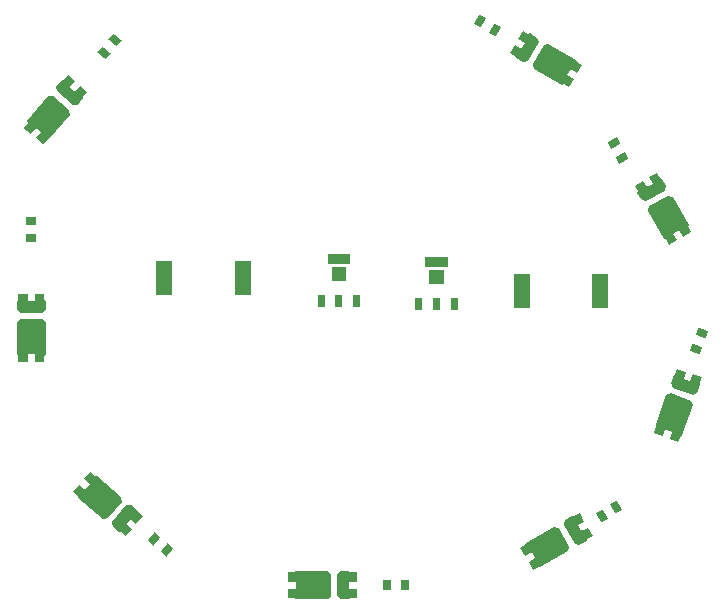
<source format=gtp>
G04*
G04 #@! TF.GenerationSoftware,Altium Limited,Altium Designer,21.7.2 (23)*
G04*
G04 Layer_Color=8421504*
%FSLAX25Y25*%
%MOIN*%
G70*
G04*
G04 #@! TF.SameCoordinates,14A67933-5EF9-4AFF-BA5B-A8FCC5FD6F51*
G04*
G04*
G04 #@! TF.FilePolarity,Positive*
G04*
G01*
G75*
%ADD13R,0.05709X0.11417*%
G04:AMPARAMS|DCode=14|XSize=25.59mil|YSize=35.43mil|CornerRadius=0mil|HoleSize=0mil|Usage=FLASHONLY|Rotation=150.000|XOffset=0mil|YOffset=0mil|HoleType=Round|Shape=Rectangle|*
%AMROTATEDRECTD14*
4,1,4,0.01994,0.00895,0.00222,-0.02174,-0.01994,-0.00895,-0.00222,0.02174,0.01994,0.00895,0.0*
%
%ADD14ROTATEDRECTD14*%

G04:AMPARAMS|DCode=15|XSize=25.59mil|YSize=35.43mil|CornerRadius=0mil|HoleSize=0mil|Usage=FLASHONLY|Rotation=120.000|XOffset=0mil|YOffset=0mil|HoleType=Round|Shape=Rectangle|*
%AMROTATEDRECTD15*
4,1,4,0.02174,-0.00222,-0.00895,-0.01994,-0.02174,0.00222,0.00895,0.01994,0.02174,-0.00222,0.0*
%
%ADD15ROTATEDRECTD15*%

G04:AMPARAMS|DCode=16|XSize=25.59mil|YSize=35.43mil|CornerRadius=0mil|HoleSize=0mil|Usage=FLASHONLY|Rotation=70.000|XOffset=0mil|YOffset=0mil|HoleType=Round|Shape=Rectangle|*
%AMROTATEDRECTD16*
4,1,4,0.01227,-0.01808,-0.02102,-0.00596,-0.01227,0.01808,0.02102,0.00596,0.01227,-0.01808,0.0*
%
%ADD16ROTATEDRECTD16*%

G04:AMPARAMS|DCode=17|XSize=25.59mil|YSize=35.43mil|CornerRadius=0mil|HoleSize=0mil|Usage=FLASHONLY|Rotation=30.000|XOffset=0mil|YOffset=0mil|HoleType=Round|Shape=Rectangle|*
%AMROTATEDRECTD17*
4,1,4,-0.00222,-0.02174,-0.01994,0.00895,0.00222,0.02174,0.01994,-0.00895,-0.00222,-0.02174,0.0*
%
%ADD17ROTATEDRECTD17*%

%ADD18R,0.02559X0.03543*%
G04:AMPARAMS|DCode=19|XSize=25.59mil|YSize=35.43mil|CornerRadius=0mil|HoleSize=0mil|Usage=FLASHONLY|Rotation=320.000|XOffset=0mil|YOffset=0mil|HoleType=Round|Shape=Rectangle|*
%AMROTATEDRECTD19*
4,1,4,-0.02119,-0.00535,0.00159,0.02180,0.02119,0.00535,-0.00159,-0.02180,-0.02119,-0.00535,0.0*
%
%ADD19ROTATEDRECTD19*%

%ADD20R,0.03543X0.02559*%
G04:AMPARAMS|DCode=21|XSize=25.59mil|YSize=35.43mil|CornerRadius=0mil|HoleSize=0mil|Usage=FLASHONLY|Rotation=50.000|XOffset=0mil|YOffset=0mil|HoleType=Round|Shape=Rectangle|*
%AMROTATEDRECTD21*
4,1,4,0.00535,-0.02119,-0.02180,0.00159,-0.00535,0.02119,0.02180,-0.00159,0.00535,-0.02119,0.0*
%
%ADD21ROTATEDRECTD21*%

G36*
X156724Y354118D02*
Y343409D01*
X156331Y342976D01*
Y340890D01*
X153181D01*
Y343409D01*
X150819D01*
Y340890D01*
X147669D01*
Y342976D01*
X147276Y343409D01*
Y354118D01*
X148417Y355260D01*
X155583D01*
X156724Y354118D01*
D02*
G37*
G36*
X173136Y302815D02*
X173721Y302838D01*
X181924Y295955D01*
X182065Y294346D01*
X177459Y288858D01*
X175850Y288717D01*
X167647Y295600D01*
X167569Y296180D01*
X165970Y297521D01*
X167995Y299934D01*
X169925Y298314D01*
X171443Y300124D01*
X169513Y301744D01*
X171538Y304156D01*
X173136Y302815D01*
D02*
G37*
G36*
X187353Y291400D02*
X187432Y290820D01*
X189030Y289479D01*
X187005Y287066D01*
X185075Y288685D01*
X183557Y286876D01*
X185487Y285256D01*
X183462Y282844D01*
X181864Y284185D01*
X181279Y284162D01*
X179108Y285984D01*
X178967Y287592D01*
X183573Y293081D01*
X185181Y293222D01*
X187353Y291400D01*
D02*
G37*
G36*
X258331Y270831D02*
X260417D01*
Y267681D01*
X257898D01*
Y265319D01*
X260417D01*
Y262169D01*
X258331D01*
X257898Y261776D01*
X255063D01*
X253921Y262917D01*
Y270083D01*
X255063Y271224D01*
X257898D01*
X258331Y270831D01*
D02*
G37*
G36*
X251953Y270083D02*
Y262917D01*
X250811Y261776D01*
X240102D01*
X239669Y262169D01*
X237583D01*
Y265319D01*
X240102D01*
Y267681D01*
X237583D01*
Y270831D01*
X239669D01*
X240102Y271224D01*
X250811D01*
X251953Y270083D01*
D02*
G37*
G36*
X166434Y434505D02*
X164814Y432575D01*
X166624Y431057D01*
X168244Y432987D01*
X170656Y430962D01*
X169315Y429364D01*
X169338Y428779D01*
X167516Y426608D01*
X165908Y426467D01*
X160419Y431073D01*
X160278Y432681D01*
X162100Y434853D01*
X162680Y434932D01*
X164021Y436530D01*
X166434Y434505D01*
D02*
G37*
G36*
X164643Y424959D02*
X164783Y423350D01*
X157900Y415147D01*
X157320Y415068D01*
X155979Y413470D01*
X153566Y415495D01*
X155185Y417425D01*
X153376Y418943D01*
X151756Y417013D01*
X149344Y419038D01*
X150685Y420636D01*
X150662Y421221D01*
X157545Y429424D01*
X159153Y429565D01*
X164643Y424959D01*
D02*
G37*
G36*
X156331Y361638D02*
X156724Y361205D01*
Y358370D01*
X155583Y357228D01*
X148417D01*
X147276Y358370D01*
Y361205D01*
X147669Y361638D01*
Y363724D01*
X150819D01*
Y361205D01*
X153181D01*
Y363724D01*
X156331D01*
Y361638D01*
D02*
G37*
G36*
X249776Y359142D02*
X247413D01*
Y363079D01*
X249776D01*
Y359142D01*
D02*
G37*
G36*
X255681D02*
X253319D01*
Y363079D01*
X255681D01*
Y359142D01*
D02*
G37*
G36*
X261587D02*
X259224D01*
Y363079D01*
X261587D01*
Y359142D01*
D02*
G37*
G36*
X256862Y368000D02*
X252138D01*
Y372724D01*
X256862D01*
Y368000D01*
D02*
G37*
G36*
X258240Y373512D02*
X250760D01*
Y376858D01*
X258240D01*
Y373512D01*
D02*
G37*
G36*
X294087Y358142D02*
X291724D01*
Y362079D01*
X294087D01*
Y358142D01*
D02*
G37*
G36*
X288181D02*
X285819D01*
Y362079D01*
X288181D01*
Y358142D01*
D02*
G37*
G36*
X282276D02*
X279913D01*
Y362079D01*
X282276D01*
Y358142D01*
D02*
G37*
G36*
X370295Y337633D02*
X369433Y335265D01*
X371653Y334457D01*
X372515Y336825D01*
X375475Y335748D01*
X374761Y333787D01*
X374983Y333245D01*
X374013Y330581D01*
X372550Y329899D01*
X365817Y332350D01*
X365134Y333813D01*
X366104Y336477D01*
X366622Y336749D01*
X367335Y338710D01*
X370295Y337633D01*
D02*
G37*
G36*
X371877Y328049D02*
X372559Y326586D01*
X368896Y316523D01*
X368378Y316251D01*
X367665Y314290D01*
X364705Y315367D01*
X365567Y317735D01*
X363347Y318543D01*
X362485Y316175D01*
X359525Y317252D01*
X360239Y319213D01*
X360017Y319755D01*
X363680Y329818D01*
X365143Y330500D01*
X371877Y328049D01*
D02*
G37*
G36*
X336297Y287732D02*
X334115Y286472D01*
X335296Y284426D01*
X337478Y285686D01*
X339053Y282958D01*
X337246Y281915D01*
X337068Y281357D01*
X334613Y279940D01*
X333053Y280358D01*
X329471Y286563D01*
X329889Y288123D01*
X332343Y289540D01*
X332915Y289416D01*
X334722Y290459D01*
X336297Y287732D01*
D02*
G37*
G36*
X327766Y285579D02*
X331348Y279374D01*
X330931Y277814D01*
X321657Y272460D01*
X321085Y272584D01*
X319278Y271541D01*
X317703Y274269D01*
X319885Y275528D01*
X318704Y277574D01*
X316522Y276314D01*
X314947Y279042D01*
X316754Y280085D01*
X316932Y280643D01*
X326206Y285997D01*
X327766Y285579D01*
D02*
G37*
G36*
X317608Y450325D02*
X318179Y450450D01*
X320634Y449032D01*
X321052Y447473D01*
X317470Y441267D01*
X315910Y440849D01*
X313455Y442267D01*
X313277Y442824D01*
X311470Y443868D01*
X313045Y446595D01*
X315227Y445335D01*
X316408Y447381D01*
X314226Y448641D01*
X315800Y451369D01*
X317608Y450325D01*
D02*
G37*
G36*
X333591Y441552D02*
X333769Y440995D01*
X335576Y439951D01*
X334001Y437224D01*
X331819Y438483D01*
X330638Y436438D01*
X332820Y435178D01*
X331245Y432450D01*
X329438Y433494D01*
X328866Y433369D01*
X319592Y438724D01*
X319174Y440283D01*
X322757Y446489D01*
X324317Y446906D01*
X333591Y441552D01*
D02*
G37*
G36*
X361585Y402246D02*
X362143Y402068D01*
X363560Y399613D01*
X363142Y398053D01*
X356937Y394471D01*
X355377Y394888D01*
X353960Y397343D01*
X354084Y397915D01*
X353041Y399722D01*
X355768Y401297D01*
X357028Y399115D01*
X359074Y400296D01*
X357814Y402478D01*
X360542Y404053D01*
X361585Y402246D01*
D02*
G37*
G36*
X365686Y395931D02*
X371040Y386657D01*
X370916Y386085D01*
X371959Y384278D01*
X369232Y382703D01*
X367972Y384885D01*
X365926Y383704D01*
X367186Y381522D01*
X364458Y379947D01*
X363415Y381754D01*
X362857Y381932D01*
X357503Y391206D01*
X357921Y392766D01*
X364126Y396349D01*
X365686Y395931D01*
D02*
G37*
G36*
X290740Y372512D02*
X283260D01*
Y375858D01*
X290740D01*
Y372512D01*
D02*
G37*
G36*
X289362Y367000D02*
X284638D01*
Y371724D01*
X289362D01*
Y367000D01*
D02*
G37*
D13*
X341590Y364500D02*
D03*
X315409D02*
D03*
X196319Y369000D02*
D03*
X222500D02*
D03*
D14*
X306472Y451573D02*
D03*
X301528Y454427D02*
D03*
D15*
X348927Y409028D02*
D03*
X346073Y413972D02*
D03*
D16*
X373524Y345318D02*
D03*
X375476Y350682D02*
D03*
D17*
X342028Y289573D02*
D03*
X346972Y292427D02*
D03*
D18*
X270646Y266500D02*
D03*
X276354D02*
D03*
D19*
X192814Y281835D02*
D03*
X197187Y278165D02*
D03*
D20*
X152000Y382146D02*
D03*
Y387854D02*
D03*
D21*
X176165Y443814D02*
D03*
X179835Y448186D02*
D03*
M02*

</source>
